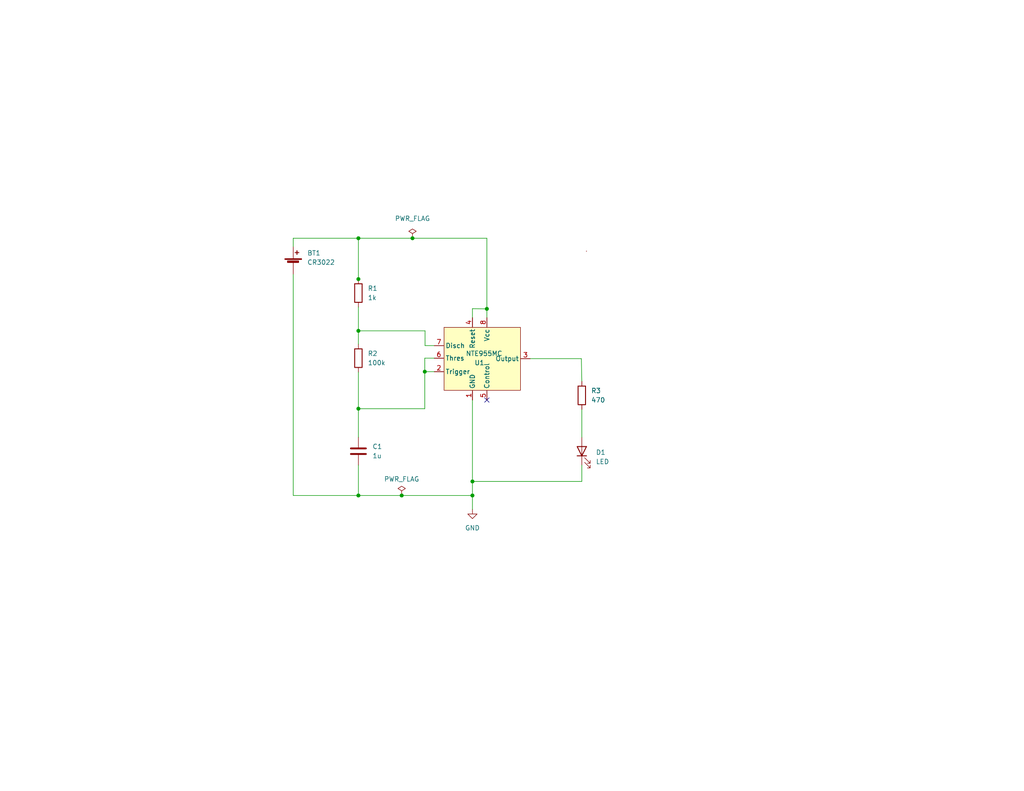
<source format=kicad_sch>
(kicad_sch (version 20211123) (generator eeschema)
  (paper "A")
  (title_block (title "Getting to Blinky 5.0 with THT") (date "2022-06-14") (rev "0"))
  (lib_symbols
    (symbol "Device:Battery_Cell" (pin_numbers hide) (pin_names (offset 0) hide)
      (property "Reference" "BT" (at 2.54 2.54 0))
      (property "Value" "Battery_Cell" (at 2.54 0 0))
      (symbol "Battery_Cell_0_1"
        (rectangle (start -2.286 1.778) (end 2.286 1.524) (fill (type outline)))
        (rectangle (start -1.5748 1.1938) (end 1.4732 0.6858) (fill (type outline)))
        (polyline (pts (xy 0 0.762) (xy 0 0)))
        (polyline (pts (xy 0 1.778) (xy 0 2.54)))
        (polyline (pts (xy 0.508 3.429) (xy 1.524 3.429)) (stroke (width 0.254)))
        (polyline (pts (xy 1.016 3.937) (xy 1.016 2.921)) (stroke (width 0.254)))
      )
      (symbol "Battery_Cell_1_1"
        (pin passive line (at 0 5.08 270) (length 2.54) (name "+") (number "1"))
        (pin passive line (at 0 -2.54 90) (length 2.54) (name "-") (number "2"))
      )
    )
    (symbol "Device:C" (pin_numbers hide) (pin_names (offset 0.254))
      (property "Reference" "C" (at 0.635 2.54 0))
      (property "Value" "C" (at 0.635 -2.54 0))
      (symbol "C_0_1"
        (polyline (pts (xy -2.032 -0.762) (xy 2.032 -0.762)) (stroke (width 0.508)))
        (polyline (pts (xy -2.032 0.762) (xy 2.032 0.762)) (stroke (width 0.508)))
      )
      (symbol "C_1_1"
        (pin passive line (at 0 3.81 270) (length 2.794) (name "~") (number "1"))
        (pin passive line (at 0 -3.81 90) (length 2.794) (name "~") (number "2"))
      )
    )
    (symbol "Device:LED" (pin_numbers hide) (pin_names (offset 1.016) hide)
      (property "Reference" "D" (at 0 2.54 0))
      (property "Value" "LED" (at 0 -2.54 0))
      (symbol "LED_0_1"
        (polyline (pts (xy -1.27 -1.27) (xy -1.27 1.27)) (stroke (width 0.254)))
        (polyline (pts (xy -1.27 0) (xy 1.27 0)))
        (polyline (pts (xy 1.27 -1.27) (xy 1.27 1.27) (xy -1.27 0) (xy 1.27 -1.27)) (stroke (width 0.254)))
        (polyline (pts (xy -3.048 -0.762) (xy -4.572 -2.286) (xy -3.81 -2.286) (xy -4.572 -2.286) (xy -4.572 -1.524)))
        (polyline (pts (xy -1.778 -0.762) (xy -3.302 -2.286) (xy -2.54 -2.286) (xy -3.302 -2.286) (xy -3.302 -1.524)))
      )
      (symbol "LED_1_1"
        (pin passive line (at -3.81 0 0) (length 2.54) (name "K") (number "1"))
        (pin passive line (at 3.81 0 180) (length 2.54) (name "A") (number "2"))
      )
    )
    (symbol "Device:R" (pin_numbers hide) (pin_names (offset 0))
      (property "Reference" "R" (at 2.032 0 90))
      (property "Value" "R" (at 0 0 90))
      (symbol "R_0_1"
        (rectangle (start -1.016 -2.54) (end 1.016 2.54) (stroke (width 0.254)))
      )
      (symbol "R_1_1"
        (pin passive line (at 0 3.81 270) (length 1.27) (name "~") (number "1"))
        (pin passive line (at 0 -3.81 90) (length 1.27) (name "~") (number "2"))
      )
    )
    (symbol "power:GND" (power) (pin_names (offset 0))
      (property "Value" "GND" (at 0 -3.81 0))
      (symbol "GND_0_1"
        (polyline (pts (xy 0 0) (xy 0 -1.27) (xy 1.27 -1.27) (xy 0 -2.54) (xy -1.27 -1.27) (xy 0 -1.27)))
      )
      (symbol "GND_1_1"
        (pin power_in line (at 0 0 270) (length 0) hide (name "GND") (number "1"))
      )
    )
    (symbol "power:PWR_FLAG" (power) (pin_numbers hide) (pin_names (offset 0) hide)
      (property "Value" "PWR_FLAG" (at 0 3.81 0))
      (symbol "PWR_FLAG_0_0"
        (pin power_out line (at 0 0 90) (length 0) (name "pwr") (number "1"))
      )
      (symbol "PWR_FLAG_0_1"
        (polyline (pts (xy 0 0) (xy 0 1.27) (xy -1.016 1.905) (xy 0 2.54) (xy 1.016 1.905) (xy 0 1.27)))
      )
    )
    (symbol "projSymbolLib:NTE955MC"
      (property "Reference" "U" (at -0.127 -3.048 0))
      (property "Value" "NTE955MC" (at 1.143 1.651 0))
      (symbol "NTE955MC_0_0"
        (pin passive line (at -12.319 3.429 0) (length 2.54) (name "Disch") (number "7"))
        (pin passive line (at 2.032 11.049 270) (length 2.54) (name "Vcc") (number "8"))
      )
      (symbol "NTE955MC_0_1"
        (rectangle (start -9.652 8.4074) (end 11.2014 -8.763) (fill (type background)))
        (rectangle (start 29.21 29.21) (end 29.21 29.21))
        (rectangle (start 29.21 29.21) (end 29.21 29.21))
        (rectangle (start 29.21 29.21) (end 29.21 29.21))
      )
      (symbol "NTE955MC_1_1"
        (pin passive line (at -1.905 -11.43 90) (length 2.54) (name "GND") (number "1"))
        (pin passive line (at -12.319 -3.683 0) (length 2.54) (name "Trigger") (number "2"))
        (pin passive line (at 13.843 -0.127 180) (length 2.54) (name "Output") (number "3"))
        (pin passive line (at -1.905 11.049 270) (length 2.54) (name "Reset") (number "4"))
        (pin passive line (at 2.032 -11.43 90) (length 2.54) (name "Control") (number "5"))
        (pin passive line (at -12.319 0 0) (length 2.54) (name "Thres") (number "6"))
      )
    )
  )
  (junction (at 97.79 65.0494))
  (junction (at 128.905 131.445))
  (junction (at 112.5474 65.0494))
  (junction (at 115.9002 101.473))
  (junction (at 97.79 135.2804))
  (junction (at 97.79 90.3224))
  (junction (at 109.601 135.2804))
  (junction (at 128.905 135.2804))
  (junction (at 132.842 84.328))
  (junction (at 97.79 76.2))
  (junction (at 97.79 111.5822))
  (no_connect (at 132.842 109.22))
  (wire (pts (xy 158.75 111.76) (xy 158.75 119.38)))
  (wire (pts (xy 80.01 67.31) (xy 80.01 65.0494)))
  (wire (pts (xy 97.79 135.2804) (xy 109.601 135.2804)))
  (wire (pts (xy 115.9002 101.473) (xy 115.9002 111.5822)))
  (wire (pts (xy 97.79 90.3224) (xy 97.79 93.98)))
  (wire (pts (xy 97.79 76.2) (xy 97.79 76.2254)))
  (wire (pts (xy 115.9002 101.473) (xy 118.491 101.473)))
  (wire (pts (xy 132.842 65.0494) (xy 132.842 84.328)))
  (wire (pts (xy 97.79 65.0494) (xy 97.79 76.2)))
  (wire (pts (xy 80.01 135.2804) (xy 97.79 135.2804)))
  (wire (pts (xy 158.623 97.917) (xy 158.75 104.14)))
  (wire (pts (xy 97.79 83.82) (xy 97.79 90.3224)))
  (wire (pts (xy 132.842 84.328) (xy 132.842 86.741)))
  (wire (pts (xy 109.601 135.2804) (xy 128.905 135.2804)))
  (wire (pts (xy 115.9002 97.79) (xy 115.9002 101.473)))
  (wire (pts (xy 115.9764 94.361) (xy 115.9764 90.3224)))
  (wire (pts (xy 118.491 97.79) (xy 115.9002 97.79)))
  (wire (pts (xy 128.905 84.2772) (xy 132.842 84.328)))
  (wire (pts (xy 97.79 65.0494) (xy 112.5474 65.0494)))
  (wire (pts (xy 115.9764 90.3224) (xy 97.79 90.3224)))
  (wire (pts (xy 128.905 109.22) (xy 128.905 131.445)))
  (wire (pts (xy 128.905 86.741) (xy 128.905 84.2772)))
  (wire (pts (xy 112.5474 65.0494) (xy 132.842 65.0494)))
  (wire (pts (xy 97.79 111.5822) (xy 97.79 119.38)))
  (wire (pts (xy 97.79 111.5822) (xy 115.9002 111.5822)))
  (wire (pts (xy 158.75 127) (xy 158.75 131.445)))
  (wire (pts (xy 80.01 65.0494) (xy 97.79 65.0494)))
  (wire (pts (xy 144.653 97.917) (xy 158.623 97.917)))
  (wire (pts (xy 158.75 131.445) (xy 128.905 131.445)))
  (wire (pts (xy 97.79 101.6) (xy 97.79 111.5822)))
  (wire (pts (xy 118.491 94.361) (xy 115.9764 94.361)))
  (wire (pts (xy 97.79 127) (xy 97.79 135.2804)))
  (wire (pts (xy 80.01 74.93) (xy 80.01 135.2804)))
  (wire (pts (xy 128.905 135.2804) (xy 128.905 139.065)))
  (wire (pts (xy 128.905 131.445) (xy 128.905 135.2804)))
  (symbol (lib_id "power:PWR_FLAG") (at 112.5474 65.0494 0) (unit 1)
    (property "Reference" "#FLG0101" (effects hide))
    (property "Value" "PWR_FLAG" (at 112.5474 59.6646 0))
  )
  (symbol (lib_id "Device:LED") (at 158.75 123.19 90) (unit 1)
    (property "Reference" "D1" (at 162.56 123.5074 90) (effects (justify right)))
    (property "Value" "LED" (at 162.56 126.0474 90) (effects (justify right)))
    (property "Footprint" "LED_THT:LED_D4.0mm" (effects hide))
  )
  (symbol (lib_id "Device:R") (at 97.79 80.01 0) (unit 1)
    (property "Reference" "R1" (at 100.33 78.7399 0) (effects (justify left)))
    (property "Value" "1k" (at 100.33 81.2799 0) (effects (justify left)))
    (property "Footprint" "Resistor_THT:R_Axial_DIN0207_L6.3mm_D2.5mm_P10.16mm_Horizontal" (effects hide))
  )
  (symbol (lib_id "power:GND") (at 128.905 139.065 0) (unit 1)
    (property "Reference" "#PWR0101" (effects hide))
    (property "Value" "GND" (at 128.905 144.145 0))
  )
  (symbol (lib_id "Device:Battery_Cell") (at 80.01 72.39 0) (unit 1)
    (property "Reference" "BT1" (at 83.82 69.0879 0) (effects (justify left)))
    (property "Value" "CR3022" (at 83.82 71.6279 0) (effects (justify left)))
    (property "Footprint" "projFootprintLib:Coin_Cell_Battery_Holder_3V_PN_107_THT" (effects hide))
  )
  (symbol (lib_id "Device:R") (at 97.79 97.79 0) (unit 1)
    (property "Reference" "R2" (at 100.33 96.5199 0) (effects (justify left)))
    (property "Value" "100k" (at 100.33 99.0599 0) (effects (justify left)))
    (property "Footprint" "Resistor_THT:R_Axial_DIN0207_L6.3mm_D2.5mm_P10.16mm_Horizontal" (effects hide))
  )
  (symbol (lib_id "power:PWR_FLAG") (at 109.601 135.2804 0) (unit 1)
    (property "Reference" "#FLG0102" (effects hide))
    (property "Value" "PWR_FLAG" (at 109.601 130.81 0))
  )
  (symbol (lib_id "Device:R") (at 158.75 107.95 0) (unit 1)
    (property "Reference" "R3" (at 161.29 106.6799 0) (effects (justify left)))
    (property "Value" "470" (at 161.29 109.2199 0) (effects (justify left)))
    (property "Footprint" "Resistor_THT:R_Axial_DIN0207_L6.3mm_D2.5mm_P10.16mm_Horizontal" (effects hide))
  )
  (symbol (lib_id "Device:C") (at 97.79 123.19 0) (unit 1)
    (property "Reference" "C1" (at 101.6 121.9199 0) (effects (justify left)))
    (property "Value" "1u" (at 101.6 124.4599 0) (effects (justify left)))
    (property "Footprint" "Capacitor_THT:C_Radial_D5.0mm_H11.0mm_P2.00mm" (effects hide))
  )
  (symbol (lib_id "projSymbolLib:NTE955MC") (at 130.81 97.79 0) (unit 1)
    (property "Reference" "U1" (at 130.81 99.06 0))
    (property "Value" "NTE955MC" (at 132.08 96.52 0))
    (property "Footprint" "Package_DIP:DIP-8_W7.62mm" (effects hide))
    (property "Datasheet" "https://www.nteinc.com/specs/900to999/pdf/nte955mc.pdf" (effects hide))
  )
)
</source>
